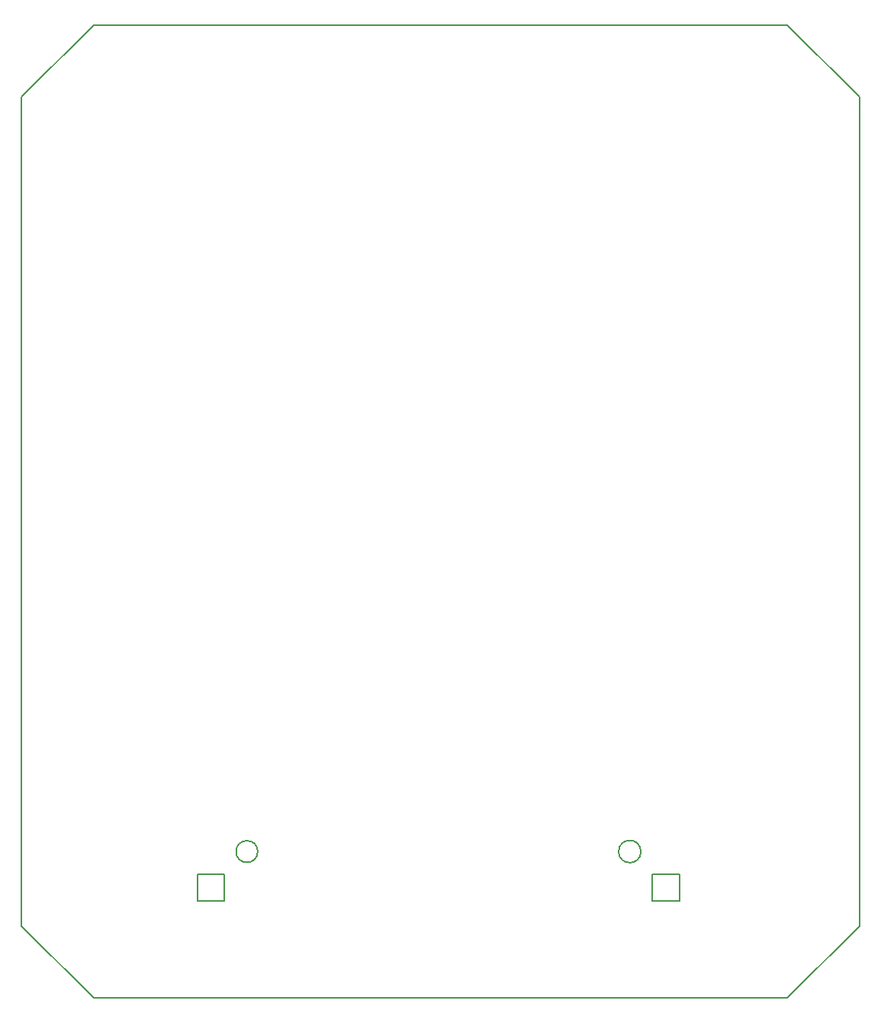
<source format=gbr>
G04 #@! TF.FileFunction,Profile,NP*
%FSLAX46Y46*%
G04 Gerber Fmt 4.6, Leading zero omitted, Abs format (unit mm)*
G04 Created by KiCad (PCBNEW 4.0.2-stable) date 07.03.2018 18:51:45*
%MOMM*%
G01*
G04 APERTURE LIST*
%ADD10C,0.100000*%
%ADD11C,0.150000*%
G04 APERTURE END LIST*
D10*
D11*
X118734909Y-144750000D02*
G75*
G03X118734909Y-144750000I-1234909J0D01*
G01*
X76202601Y-144750000D02*
G75*
G03X76202601Y-144750000I-1202601J0D01*
G01*
X120000000Y-150250000D02*
X123000000Y-150250000D01*
X120000000Y-147250000D02*
X120000000Y-150250000D01*
X123000000Y-147250000D02*
X120000000Y-147250000D01*
X123000000Y-150250000D02*
X123000000Y-147250000D01*
X72500000Y-150250000D02*
X69500000Y-150250000D01*
X72500000Y-147250000D02*
X72500000Y-150250000D01*
X69500000Y-147250000D02*
X72500000Y-147250000D01*
X69500000Y-150250000D02*
X69500000Y-147250000D01*
X50000000Y-153000000D02*
X50000000Y-61000000D01*
X135000000Y-161000000D02*
X58000000Y-161000000D01*
X143000000Y-61000000D02*
X143000000Y-153000000D01*
X58000000Y-53000000D02*
X135000000Y-53000000D01*
X135000000Y-53000000D02*
X143000000Y-61000000D01*
X135000000Y-161000000D02*
X143000000Y-153000000D01*
X50000000Y-153000000D02*
X58000000Y-161000000D01*
X58000000Y-53000000D02*
X50000000Y-61000000D01*
M02*

</source>
